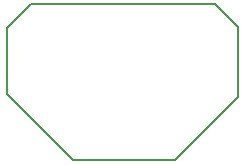
<source format=gbr>
G04 #@! TF.FileFunction,Profile,NP*
%FSLAX46Y46*%
G04 Gerber Fmt 4.6, Leading zero omitted, Abs format (unit mm)*
G04 Created by KiCad (PCBNEW 4.0.7) date 04/12/18 17:31:41*
%MOMM*%
%LPD*%
G01*
G04 APERTURE LIST*
%ADD10C,0.100000*%
%ADD11C,0.150000*%
G04 APERTURE END LIST*
D10*
D11*
X140716000Y-112776000D02*
X140716000Y-108204000D01*
X146304000Y-118364000D02*
X140716000Y-112776000D01*
X154940000Y-118364000D02*
X146304000Y-118364000D01*
X160274000Y-113030000D02*
X154940000Y-118364000D01*
X160274000Y-112776000D02*
X160274000Y-113030000D01*
X160274000Y-112268000D02*
X160274000Y-112776000D01*
X160274000Y-107061000D02*
X160274000Y-112268000D01*
X158369000Y-105156000D02*
X160274000Y-107061000D01*
X142748000Y-105156000D02*
X158369000Y-105156000D01*
X140716000Y-107188000D02*
X142748000Y-105156000D01*
X140716000Y-108204000D02*
X140716000Y-107188000D01*
M02*

</source>
